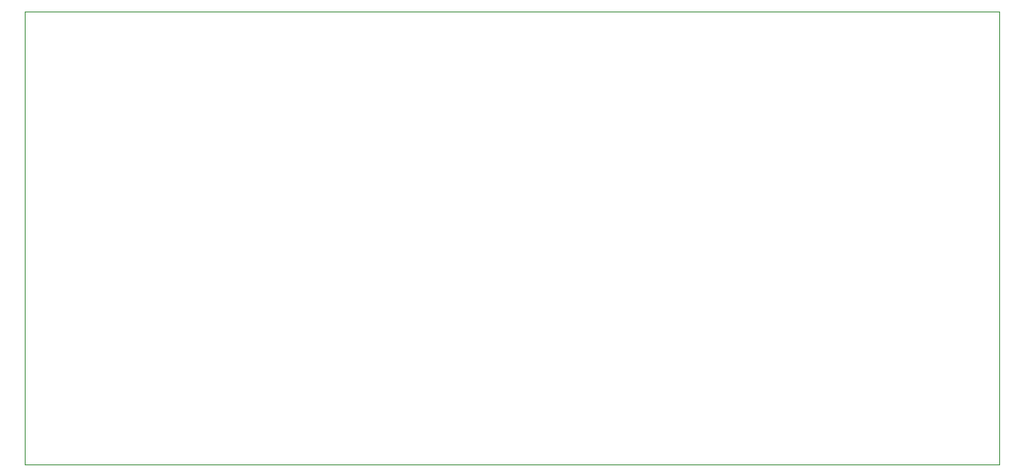
<source format=gbr>
%TF.GenerationSoftware,KiCad,Pcbnew,6.0.11+dfsg-1*%
%TF.CreationDate,2026-01-02T13:29:43+01:00*%
%TF.ProjectId,clock,636c6f63-6b2e-46b6-9963-61645f706362,rev?*%
%TF.SameCoordinates,Original*%
%TF.FileFunction,Profile,NP*%
%FSLAX46Y46*%
G04 Gerber Fmt 4.6, Leading zero omitted, Abs format (unit mm)*
G04 Created by KiCad (PCBNEW 6.0.11+dfsg-1) date 2026-01-02 13:29:43*
%MOMM*%
%LPD*%
G01*
G04 APERTURE LIST*
%TA.AperFunction,Profile*%
%ADD10C,0.050000*%
%TD*%
G04 APERTURE END LIST*
D10*
X97790000Y-86845000D02*
X197790000Y-86845000D01*
X197790000Y-86845000D02*
X197790000Y-133350000D01*
X197790000Y-133350000D02*
X97790000Y-133350000D01*
X97790000Y-133350000D02*
X97790000Y-86845000D01*
M02*

</source>
